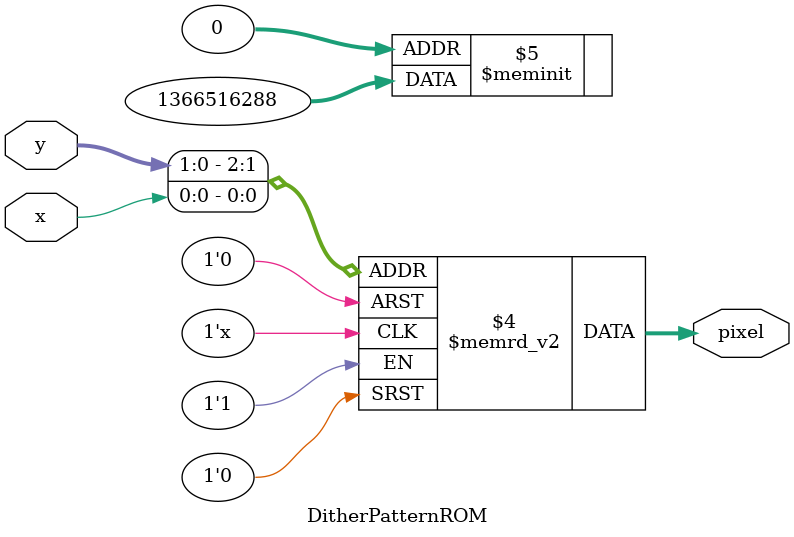
<source format=sv>
`include "Config.sv"


module DitherPatternROM (
	input [0:0] x,
	input [1:0] y,
	
	output [3:0] pixel
);

// 4x2 matrix
always @(*) begin
	case({y, x})
		4'h0: pixel = 0;
		4'h1: pixel = 4;
		4'h2: pixel = 2;
		4'h3: pixel = 6;
		4'h4: pixel = 3;
		4'h5: pixel = 7;
		4'h6: pixel = 1;
		4'h7: pixel = 5;
	endcase
end

// 4x4 matrix

/*
module DitherPatternROM (
	input [1:0] x,
	input [1:0] y,
	
	output [3:0] pixel
);

always @(*) begin
	case({y, x})
		4'h0: pixel = 0;
		4'h1: pixel = 12;
		4'h2: pixel = 13;
		4'h3: pixel = 15;
		4'h4: pixel = 8;
		4'h5: pixel = 4;
		4'h6: pixel = 11;
		4'h7: pixel = 7;
		4'h8: pixel = 2;
		4'h9: pixel = 14;
		4'hA: pixel = 1;
		4'hB: pixel = 13;
		4'hC: pixel = 10;
		4'hD: pixel = 6;
		4'hE: pixel = 9;
		4'hF: pixel = 5;
	endcase
end
*/

endmodule

</source>
